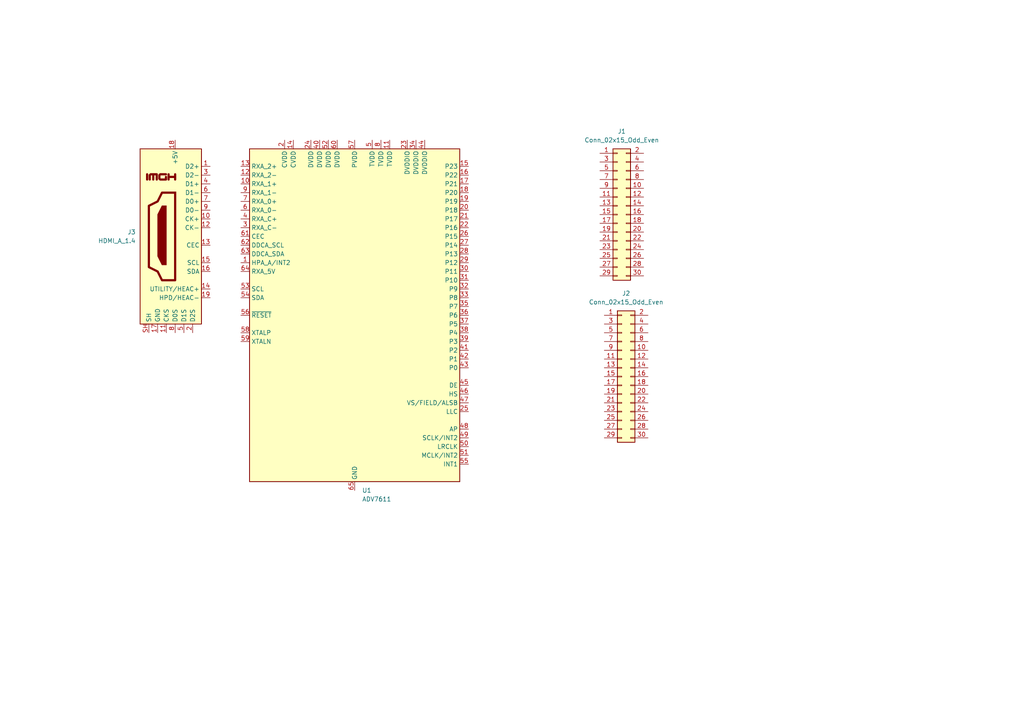
<source format=kicad_sch>
(kicad_sch (version 20250114) (generator "eeschema") (generator_version "9.0")
  (paper "A4")
  (lib_symbols
    (symbol "Connector:HDMI_A_1.4"
      (property "Reference" "J" (at -6.35 26.67 0))
      (property "Value" "HDMI_A_1.4" (at 10.16 26.67 0))
      (symbol "HDMI_A_1.4_0_0"
        (polyline (pts (xy 0 16.51) (xy 0 18.034) (xy 0 17.272) (xy 1.905 17.272) (xy 1.905 18.034) (xy 1.905 16.51)) (stroke (width 0.635)))
        (polyline (pts (xy 2.667 18.034) (xy 4.318 18.034) (xy 4.572 17.78) (xy 4.572 16.764) (xy 4.318 16.51) (xy 2.667 16.51) (xy 2.667 17.272)) (stroke (width 0.635)))
        (polyline (pts (xy 8.128 16.51) (xy 8.128 18.034)) (stroke (width 0.635)))
      )
      (symbol "HDMI_A_1.4_0_1"
        (rectangle (start -7.62 25.4) (end 10.16 -25.4) (stroke (width 0.254)) (fill (type background)))
        (polyline (pts (xy 0 12.7) (xy 0 -12.7) (xy 3.81 -12.7) (xy 5.08 -10.16) (xy 7.62 -8.89) (xy 7.62 8.89) (xy 5.08 10.16) (xy 3.81 12.7) (xy 0 12.7)) (stroke (width 0.635)))
        (polyline (pts (xy 2.54 8.89) (xy 3.81 8.89) (xy 5.08 6.35) (xy 5.08 -5.715) (xy 3.81 -8.255) (xy 2.54 -8.255) (xy 2.54 8.89)) (fill (type outline)))
        (polyline (pts (xy 5.334 16.51) (xy 5.334 18.034) (xy 6.35 18.034) (xy 6.35 16.51) (xy 6.35 18.034) (xy 7.112 18.034) (xy 7.366 17.78) (xy 7.366 16.51)) (stroke (width 0.635)))
      )
      (symbol "HDMI_A_1.4_1_1"
        (pin passive line (at -10.16 20.32 0) (length 2.54) (name "D2+") (number "1"))
        (pin passive line (at -10.16 17.78 0) (length 2.54) (name "D2-") (number "3"))
        (pin passive line (at -10.16 15.24 0) (length 2.54) (name "D1+") (number "4"))
        (pin passive line (at -10.16 12.7 0) (length 2.54) (name "D1-") (number "6"))
        (pin passive line (at -10.16 10.16 0) (length 2.54) (name "D0+") (number "7"))
        (pin passive line (at -10.16 7.62 0) (length 2.54) (name "D0-") (number "9"))
        (pin passive line (at -10.16 5.08 0) (length 2.54) (name "CK+") (number "10"))
        (pin passive line (at -10.16 2.54 0) (length 2.54) (name "CK-") (number "12"))
        (pin bidirectional line (at -10.16 -2.54 0) (length 2.54) (name "CEC") (number "13"))
        (pin passive line (at -10.16 -7.62 0) (length 2.54) (name "SCL") (number "15"))
        (pin bidirectional line (at -10.16 -10.16 0) (length 2.54) (name "SDA") (number "16"))
        (pin passive line (at -10.16 -15.24 0) (length 2.54) (name "UTILITY/HEAC+") (number "14"))
        (pin passive line (at -10.16 -17.78 0) (length 2.54) (name "HPD/HEAC-") (number "19"))
        (pin power_in line (at -5.08 -27.94 90) (length 2.54) (name "D2S") (number "2"))
        (pin power_in line (at -2.54 -27.94 90) (length 2.54) (name "D1S") (number "5"))
        (pin power_in line (at 0 27.94 270) (length 2.54) (name "+5V") (number "18"))
        (pin power_in line (at 0 -27.94 90) (length 2.54) (name "D0S") (number "8"))
        (pin power_in line (at 2.54 -27.94 90) (length 2.54) (name "CKS") (number "11"))
        (pin power_in line (at 5.08 -27.94 90) (length 2.54) (name "GND") (number "17"))
        (pin passive line (at 7.62 -27.94 90) (length 2.54) (name "SH") (number "SH"))
      )
    )
    (symbol "Connector_Generic:Conn_02x15_Odd_Even" (pin_names (offset 1.016) (hide yes))
      (property "Reference" "J" (at 1.27 20.32 0))
      (property "Value" "Conn_02x15_Odd_Even" (at 1.27 -20.32 0))
      (symbol "Conn_02x15_Odd_Even_1_1"
        (rectangle (start -1.27 19.05) (end 3.81 -19.05) (stroke (width 0.254)) (fill (type background)))
        (rectangle (start -1.27 17.907) (end 0 17.653) (stroke (width 0.1524)))
        (rectangle (start -1.27 15.367) (end 0 15.113) (stroke (width 0.1524)))
        (rectangle (start -1.27 12.827) (end 0 12.573) (stroke (width 0.1524)))
        (rectangle (start -1.27 10.287) (end 0 10.033) (stroke (width 0.1524)))
        (rectangle (start -1.27 7.747) (end 0 7.493) (stroke (width 0.1524)))
        (rectangle (start -1.27 5.207) (end 0 4.953) (stroke (width 0.1524)))
        (rectangle (start -1.27 2.667) (end 0 2.413) (stroke (width 0.1524)))
        (rectangle (start -1.27 0.127) (end 0 -0.127) (stroke (width 0.1524)))
        (rectangle (start -1.27 -2.413) (end 0 -2.667) (stroke (width 0.1524)))
        (rectangle (start -1.27 -4.953) (end 0 -5.207) (stroke (width 0.1524)))
        (rectangle (start -1.27 -7.493) (end 0 -7.747) (stroke (width 0.1524)))
        (rectangle (start -1.27 -10.033) (end 0 -10.287) (stroke (width 0.1524)))
        (rectangle (start -1.27 -12.573) (end 0 -12.827) (stroke (width 0.1524)))
        (rectangle (start -1.27 -15.113) (end 0 -15.367) (stroke (width 0.1524)))
        (rectangle (start -1.27 -17.653) (end 0 -17.907) (stroke (width 0.1524)))
        (rectangle (start 3.81 17.907) (end 2.54 17.653) (stroke (width 0.1524)))
        (rectangle (start 3.81 15.367) (end 2.54 15.113) (stroke (width 0.1524)))
        (rectangle (start 3.81 12.827) (end 2.54 12.573) (stroke (width 0.1524)))
        (rectangle (start 3.81 10.287) (end 2.54 10.033) (stroke (width 0.1524)))
        (rectangle (start 3.81 7.747) (end 2.54 7.493) (stroke (width 0.1524)))
        (rectangle (start 3.81 5.207) (end 2.54 4.953) (stroke (width 0.1524)))
        (rectangle (start 3.81 2.667) (end 2.54 2.413) (stroke (width 0.1524)))
        (rectangle (start 3.81 0.127) (end 2.54 -0.127) (stroke (width 0.1524)))
        (rectangle (start 3.81 -2.413) (end 2.54 -2.667) (stroke (width 0.1524)))
        (rectangle (start 3.81 -4.953) (end 2.54 -5.207) (stroke (width 0.1524)))
        (rectangle (start 3.81 -7.493) (end 2.54 -7.747) (stroke (width 0.1524)))
        (rectangle (start 3.81 -10.033) (end 2.54 -10.287) (stroke (width 0.1524)))
        (rectangle (start 3.81 -12.573) (end 2.54 -12.827) (stroke (width 0.1524)))
        (rectangle (start 3.81 -15.113) (end 2.54 -15.367) (stroke (width 0.1524)))
        (rectangle (start 3.81 -17.653) (end 2.54 -17.907) (stroke (width 0.1524)))
        (pin passive line (at -5.08 17.78 0) (length 3.81) (name "Pin_1") (number "1"))
        (pin passive line (at -5.08 15.24 0) (length 3.81) (name "Pin_3") (number "3"))
        (pin passive line (at -5.08 12.7 0) (length 3.81) (name "Pin_5") (number "5"))
        (pin passive line (at -5.08 10.16 0) (length 3.81) (name "Pin_7") (number "7"))
        (pin passive line (at -5.08 7.62 0) (length 3.81) (name "Pin_9") (number "9"))
        (pin passive line (at -5.08 5.08 0) (length 3.81) (name "Pin_11") (number "11"))
        (pin passive line (at -5.08 2.54 0) (length 3.81) (name "Pin_13") (number "13"))
        (pin passive line (at -5.08 0 0) (length 3.81) (name "Pin_15") (number "15"))
        (pin passive line (at -5.08 -2.54 0) (length 3.81) (name "Pin_17") (number "17"))
        (pin passive line (at -5.08 -5.08 0) (length 3.81) (name "Pin_19") (number "19"))
        (pin passive line (at -5.08 -7.62 0) (length 3.81) (name "Pin_21") (number "21"))
        (pin passive line (at -5.08 -10.16 0) (length 3.81) (name "Pin_23") (number "23"))
        (pin passive line (at -5.08 -12.7 0) (length 3.81) (name "Pin_25") (number "25"))
        (pin passive line (at -5.08 -15.24 0) (length 3.81) (name "Pin_27") (number "27"))
        (pin passive line (at -5.08 -17.78 0) (length 3.81) (name "Pin_29") (number "29"))
        (pin passive line (at 7.62 17.78 180) (length 3.81) (name "Pin_2") (number "2"))
        (pin passive line (at 7.62 15.24 180) (length 3.81) (name "Pin_4") (number "4"))
        (pin passive line (at 7.62 12.7 180) (length 3.81) (name "Pin_6") (number "6"))
        (pin passive line (at 7.62 10.16 180) (length 3.81) (name "Pin_8") (number "8"))
        (pin passive line (at 7.62 7.62 180) (length 3.81) (name "Pin_10") (number "10"))
        (pin passive line (at 7.62 5.08 180) (length 3.81) (name "Pin_12") (number "12"))
        (pin passive line (at 7.62 2.54 180) (length 3.81) (name "Pin_14") (number "14"))
        (pin passive line (at 7.62 0 180) (length 3.81) (name "Pin_16") (number "16"))
        (pin passive line (at 7.62 -2.54 180) (length 3.81) (name "Pin_18") (number "18"))
        (pin passive line (at 7.62 -5.08 180) (length 3.81) (name "Pin_20") (number "20"))
        (pin passive line (at 7.62 -7.62 180) (length 3.81) (name "Pin_22") (number "22"))
        (pin passive line (at 7.62 -10.16 180) (length 3.81) (name "Pin_24") (number "24"))
        (pin passive line (at 7.62 -12.7 180) (length 3.81) (name "Pin_26") (number "26"))
        (pin passive line (at 7.62 -15.24 180) (length 3.81) (name "Pin_28") (number "28"))
        (pin passive line (at 7.62 -17.78 180) (length 3.81) (name "Pin_30") (number "30"))
      )
    )
    (symbol "Interface_HDMI:ADV7611"
      (property "Reference" "U" (at -30.48 49.53 0))
      (property "Value" "ADV7611" (at 30.48 49.53 0))
      (symbol "ADV7611_0_1"
        (rectangle (start -30.48 48.26) (end 30.48 -48.26) (stroke (width 0.254)) (fill (type background)))
      )
      (symbol "ADV7611_1_1"
        (pin input line (at -33.02 43.18 0) (length 2.54) (name "RXA_2+") (number "13"))
        (pin input line (at -33.02 40.64 0) (length 2.54) (name "RXA_2-") (number "12"))
        (pin input line (at -33.02 38.1 0) (length 2.54) (name "RXA_1+") (number "10"))
        (pin input line (at -33.02 35.56 0) (length 2.54) (name "RXA_1-") (number "9"))
        (pin input line (at -33.02 33.02 0) (length 2.54) (name "RXA_0+") (number "7"))
        (pin input line (at -33.02 30.48 0) (length 2.54) (name "RXA_0-") (number "6"))
        (pin input line (at -33.02 27.94 0) (length 2.54) (name "RXA_C+") (number "4"))
        (pin input line (at -33.02 25.4 0) (length 2.54) (name "RXA_C-") (number "3"))
        (pin bidirectional line (at -33.02 22.86 0) (length 2.54) (name "CEC") (number "61"))
        (pin input line (at -33.02 20.32 0) (length 2.54) (name "DDCA_SCL") (number "62"))
        (pin bidirectional line (at -33.02 17.78 0) (length 2.54) (name "DDCA_SDA") (number "63"))
        (pin bidirectional line (at -33.02 15.24 0) (length 2.54) (name "HPA_A/INT2") (number "1"))
        (pin input line (at -33.02 12.7 0) (length 2.54) (name "RXA_5V") (number "64"))
        (pin input line (at -33.02 7.62 0) (length 2.54) (name "SCL") (number "53"))
        (pin bidirectional line (at -33.02 5.08 0) (length 2.54) (name "SDA") (number "54"))
        (pin input line (at -33.02 0 0) (length 2.54) (name "~{RESET}") (number "56"))
        (pin input line (at -33.02 -5.08 0) (length 2.54) (name "XTALP") (number "58"))
        (pin input line (at -33.02 -7.62 0) (length 2.54) (name "XTALN") (number "59"))
        (pin power_in line (at -20.32 50.8 270) (length 2.54) (name "CVDD") (number "2"))
        (pin power_in line (at -17.78 50.8 270) (length 2.54) (name "CVDD") (number "14"))
        (pin power_in line (at -12.7 50.8 270) (length 2.54) (name "DVDD") (number "24"))
        (pin power_in line (at -10.16 50.8 270) (length 2.54) (name "DVDD") (number "40"))
        (pin power_in line (at -7.62 50.8 270) (length 2.54) (name "DVDD") (number "52"))
        (pin power_in line (at -5.08 50.8 270) (length 2.54) (name "DVDD") (number "60"))
        (pin power_in line (at 0 50.8 270) (length 2.54) (name "PVDD") (number "57"))
        (pin power_in line (at 0 -50.8 90) (length 2.54) (name "GND") (number "65"))
        (pin power_in line (at 5.08 50.8 270) (length 2.54) (name "TVDD") (number "5"))
        (pin power_in line (at 7.62 50.8 270) (length 2.54) (name "TVDD") (number "8"))
        (pin power_in line (at 10.16 50.8 270) (length 2.54) (name "TVDD") (number "11"))
        (pin power_in line (at 15.24 50.8 270) (length 2.54) (name "DVDDIO") (number "23"))
        (pin power_in line (at 17.78 50.8 270) (length 2.54) (name "DVDDIO") (number "34"))
        (pin power_in line (at 20.32 50.8 270) (length 2.54) (name "DVDDIO") (number "44"))
        (pin output line (at 33.02 43.18 180) (length 2.54) (name "P23") (number "15"))
        (pin output line (at 33.02 40.64 180) (length 2.54) (name "P22") (number "16"))
        (pin output line (at 33.02 38.1 180) (length 2.54) (name "P21") (number "17"))
        (pin output line (at 33.02 35.56 180) (length 2.54) (name "P20") (number "18"))
        (pin output line (at 33.02 33.02 180) (length 2.54) (name "P19") (number "19"))
        (pin output line (at 33.02 30.48 180) (length 2.54) (name "P18") (number "20"))
        (pin output line (at 33.02 27.94 180) (length 2.54) (name "P17") (number "21"))
        (pin output line (at 33.02 25.4 180) (length 2.54) (name "P16") (number "22"))
        (pin output line (at 33.02 22.86 180) (length 2.54) (name "P15") (number "26"))
        (pin output line (at 33.02 20.32 180) (length 2.54) (name "P14") (number "27"))
        (pin output line (at 33.02 17.78 180) (length 2.54) (name "P13") (number "28"))
        (pin output line (at 33.02 15.24 180) (length 2.54) (name "P12") (number "29"))
        (pin output line (at 33.02 12.7 180) (length 2.54) (name "P11") (number "30"))
        (pin output line (at 33.02 10.16 180) (length 2.54) (name "P10") (number "31"))
        (pin output line (at 33.02 7.62 180) (length 2.54) (name "P9") (number "32"))
        (pin output line (at 33.02 5.08 180) (length 2.54) (name "P8") (number "33"))
        (pin output line (at 33.02 2.54 180) (length 2.54) (name "P7") (number "35"))
        (pin output line (at 33.02 0 180) (length 2.54) (name "P6") (number "36"))
        (pin output line (at 33.02 -2.54 180) (length 2.54) (name "P5") (number "37"))
        (pin output line (at 33.02 -5.08 180) (length 2.54) (name "P4") (number "38"))
        (pin output line (at 33.02 -7.62 180) (length 2.54) (name "P3") (number "39"))
        (pin output line (at 33.02 -10.16 180) (length 2.54) (name "P2") (number "41"))
        (pin output line (at 33.02 -12.7 180) (length 2.54) (name "P1") (number "42"))
        (pin output line (at 33.02 -15.24 180) (length 2.54) (name "P0") (number "43"))
        (pin output line (at 33.02 -20.32 180) (length 2.54) (name "DE") (number "45"))
        (pin output line (at 33.02 -22.86 180) (length 2.54) (name "HS") (number "46"))
        (pin bidirectional line (at 33.02 -25.4 180) (length 2.54) (name "VS/FIELD/ALSB") (number "47"))
        (pin output line (at 33.02 -27.94 180) (length 2.54) (name "LLC") (number "25"))
        (pin output line (at 33.02 -33.02 180) (length 2.54) (name "AP") (number "48"))
        (pin output line (at 33.02 -35.56 180) (length 2.54) (name "SCLK/INT2") (number "49"))
        (pin output line (at 33.02 -38.1 180) (length 2.54) (name "LRCLK") (number "50"))
        (pin output line (at 33.02 -40.64 180) (length 2.54) (name "MCLK/INT2") (number "51"))
        (pin output line (at 33.02 -43.18 180) (length 2.54) (name "INT1") (number "55"))
      )
    )
  )
  (symbol (lib_id "Interface_HDMI:ADV7611") (at 102.87 91.44 0) (unit 1)
    (property "Reference" "U1" (at 105.0133 142.24 0) (effects (justify left)))
    (property "Value" "ADV7611" (at 105.0133 144.78 0) (effects (justify left)))
    (property "Footprint" "Package_QFP:LQFP-64-1EP_10x10mm_P0.5mm_EP5x5mm" (effects (hide yes)))
    (property "Datasheet" "https://www.analog.com/media/en/technical-documentation/data-sheets/adv7611.pdf" (effects (hide yes)))
    (property "Description" "Low Power 165MHz HDMI Receiver, LQFP-64" (effects (hide yes)))
  )
  (symbol (lib_id "Connector:HDMI_A_1.4") (at 50.8 68.58 0) (mirror y) (unit 1)
    (property "Reference" "J3" (at 39.37 67.3099 0) (effects (justify left)))
    (property "Value" "HDMI_A_1.4" (at 39.37 69.8499 0) (effects (justify left)))
    (property "Footprint" "Connector_Video:HDMI_A_Molex_208658-1001_Horizontal" (effects (hide yes)))
    (property "Datasheet" "https://en.wikipedia.org/wiki/HDMI" (effects (hide yes)))
    (property "Description" "HDMI 1.4+ type A connector" (effects (hide yes)))
  )
  (symbol (lib_id "Connector_Generic:Conn_02x15_Odd_Even") (at 179.07 62.23 0) (unit 1)
    (property "Reference" "J1" (at 180.34 38.1 0))
    (property "Value" "Conn_02x15_Odd_Even" (at 180.34 40.64 0))
    (property "Footprint" "Connector_PinHeader_2.54mm:PinHeader_2x15_P2.54mm_Horizontal" (effects (hide yes)))
    (property "Description" "Generic connector, double row, 02x15, odd/even pin numbering scheme (row 1 odd numbers, row 2 even numbers), script generated (kicad-library-utils/schlib/autogen/connector/)" (effects (hide yes)))
  )
  (symbol (lib_id "Connector_Generic:Conn_02x15_Odd_Even") (at 180.34 109.22 0) (unit 1)
    (property "Reference" "J2" (at 181.61 85.09 0))
    (property "Value" "Conn_02x15_Odd_Even" (at 181.61 87.63 0))
    (property "Footprint" "Connector_PinHeader_2.54mm:PinHeader_2x15_P2.54mm_Horizontal" (effects (hide yes)))
    (property "Description" "Generic connector, double row, 02x15, odd/even pin numbering scheme (row 1 odd numbers, row 2 even numbers), script generated (kicad-library-utils/schlib/autogen/connector/)" (effects (hide yes)))
  )
)
</source>
